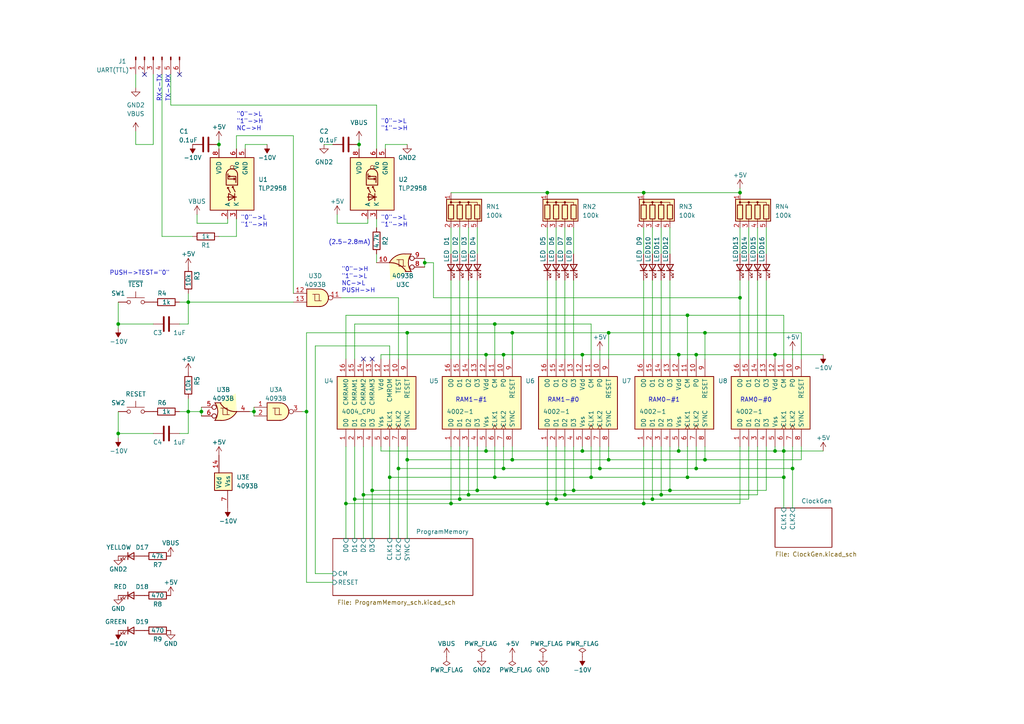
<source format=kicad_sch>
(kicad_sch (version 20211123) (generator eeschema)
  (paper "A4")
  (title_block (title "MSC-4 test board (test4004)") (date "2023-02-11") (rev "0.1") (company "MukaiLab"))
  (lib_symbols
    (symbol "000_MyLibrary:4002_RAM"
      (property "Reference" "U" (at -6.35 13.97 0))
      (property "Value" "4002_RAM" (at 0 11.43 0))
      (symbol "4002_RAM_1_0"
        (pin bidirectional line (at -12.7 7.62 0) (length 5.08) (name "D0") (number "1"))
        (pin input line (at 12.7 -7.62 180) (length 5.08) (name "P0") (number "10"))
        (pin input line (at 12.7 -5.08 180) (length 5.08) (name "CM") (number "11"))
        (pin power_in line (at 12.7 -2.54 180) (length 5.08) (name "Vdd") (number "12"))
        (pin output line (at 12.7 0 180) (length 5.08) (name "O3") (number "13"))
        (pin output line (at 12.7 2.54 180) (length 5.08) (name "O2") (number "14"))
        (pin output line (at 12.7 5.08 180) (length 5.08) (name "O1") (number "15"))
        (pin output line (at 12.7 7.62 180) (length 5.08) (name "O0") (number "16"))
        (pin bidirectional line (at -12.7 5.08 0) (length 5.08) (name "D1") (number "2"))
        (pin bidirectional line (at -12.7 2.54 0) (length 5.08) (name "D2") (number "3"))
        (pin bidirectional line (at -12.7 0 0) (length 5.08) (name "D3") (number "4"))
        (pin power_in line (at -12.7 -2.54 0) (length 5.08) (name "Vss") (number "5"))
        (pin input clock (at -12.7 -5.08 0) (length 5.08) (name "CLK1") (number "6"))
        (pin input clock (at -12.7 -7.62 0) (length 5.08) (name "CLK2") (number "7"))
        (pin input line (at -12.7 -10.16 0) (length 5.08) (name "SYNC") (number "8"))
        (pin input line (at 12.7 -10.16 180) (length 5.08) (name "RESET") (number "9"))
      )
      (symbol "4002_RAM_1_1"
        (rectangle (start -7.62 10.16) (end 7.62 -12.7) (stroke (width 0.254)) (fill (type background)))
      )
    )
    (symbol "000_MyLibrary:4004_CPU"
      (property "Reference" "U" (at -7.62 13.97 0))
      (property "Value" "4004_CPU" (at 0 11.43 0))
      (symbol "4004_CPU_1_0"
        (pin bidirectional line (at -12.7 7.62 0) (length 5.08) (name "D0") (number "1"))
        (pin input line (at 12.7 -7.62 180) (length 5.08) (name "TEST") (number "10"))
        (pin output line (at 12.7 -5.08 180) (length 5.08) (name "CMROM") (number "11"))
        (pin power_in line (at 12.7 -2.54 180) (length 5.08) (name "Vdd") (number "12"))
        (pin output line (at 12.7 0 180) (length 5.08) (name "CMRAM3") (number "13"))
        (pin output line (at 12.7 2.54 180) (length 5.08) (name "CMRAM2") (number "14"))
        (pin output line (at 12.7 5.08 180) (length 5.08) (name "CMRAM1") (number "15"))
        (pin output line (at 12.7 7.62 180) (length 5.08) (name "CMRAM0") (number "16"))
        (pin bidirectional line (at -12.7 5.08 0) (length 5.08) (name "D1") (number "2"))
        (pin bidirectional line (at -12.7 2.54 0) (length 5.08) (name "D2") (number "3"))
        (pin bidirectional line (at -12.7 0 0) (length 5.08) (name "D3") (number "4"))
        (pin power_in line (at -12.7 -2.54 0) (length 5.08) (name "Vss") (number "5"))
        (pin input clock (at -12.7 -5.08 0) (length 5.08) (name "CLK1") (number "6"))
        (pin input clock (at -12.7 -7.62 0) (length 5.08) (name "CLK2") (number "7"))
        (pin output line (at -12.7 -10.16 0) (length 5.08) (name "SYNC") (number "8"))
        (pin input line (at 12.7 -10.16 180) (length 5.08) (name "RESET") (number "9"))
      )
      (symbol "4004_CPU_1_1"
        (rectangle (start -7.62 10.16) (end 7.62 -12.7) (stroke (width 0.254)) (fill (type background)))
      )
    )
    (symbol "000_MyLibrary:4093B" (pin_names (offset 1.016))
      (property "Reference" "U" (at -1.27 6.35 0))
      (property "Value" "4093B" (at 1.27 3.81 0))
      (symbol "4093B_1_1"
        (arc (start 0 -2.54) (mid 2.4571 0) (end 0 2.54) (stroke (width 0.254)) (fill (type background)))
        (polyline (pts (xy -2.159 1.016) (xy -0.254 1.016) (xy -0.254 -0.889)))
        (polyline (pts (xy -1.524 1.016) (xy -1.524 -0.889) (xy 0.381 -0.889)))
        (polyline (pts (xy 0 2.54) (xy -3.81 2.54) (xy -3.81 -2.54) (xy 0 -2.54)) (stroke (width 0.254)) (fill (type background)))
        (pin input line (at -7.62 1.27 0) (length 3.81) (name "~") (number "1"))
        (pin input line (at -7.62 -1.27 0) (length 3.81) (name "~") (number "2"))
        (pin output inverted (at 6.35 0 180) (length 3.81) (name "~") (number "3"))
      )
      (symbol "4093B_1_2"
        (arc (start -3.81 -2.54) (mid -2.964 0) (end -3.81 2.54) (stroke (width 0.254)))
        (arc (start -2.286 2.54) (mid -4.4459 -7.4183) (end 2.54 0) (stroke (width 0.254)) (fill (type background)))
        (arc (start -2.032 -2.54) (mid 0.6219 -1.9322) (end 2.54 0) (stroke (width 0.254)) (fill (type background)))
        (polyline (pts (xy -3.81 -2.54) (xy -2.032 -2.54)) (stroke (width 0.254)))
        (polyline (pts (xy -3.81 2.54) (xy -2.032 2.54)) (stroke (width 0.254)))
        (polyline (pts (xy -2.032 1.016) (xy -0.127 1.016) (xy -0.127 -0.889)))
        (polyline (pts (xy -1.397 1.016) (xy -1.397 -0.889) (xy 0.508 -0.889)))
        (polyline (pts (xy -1.27 2.54) (xy -3.81 2.54) (xy -3.175 1.27) (xy -2.794 0) (xy -3.175 -1.27) (xy -3.81 -2.54) (xy -1.27 -2.54)) (stroke (width -25.4)) (fill (type background)))
        (pin input inverted (at -7.62 1.27 0) (length 4.318) (name "~") (number "1"))
        (pin input inverted (at -7.62 -1.27 0) (length 4.318) (name "~") (number "2"))
        (pin output line (at 6.35 0 180) (length 3.81) (name "~") (number "3"))
      )
      (symbol "4093B_2_1"
        (arc (start 0 -2.54) (mid 2.4571 0) (end 0 2.54) (stroke (width 0.254)) (fill (type background)))
        (polyline (pts (xy -2.286 1.016) (xy -0.381 1.016) (xy -0.381 -0.889)))
        (polyline (pts (xy -1.651 1.016) (xy -1.651 -0.889) (xy 0.254 -0.889)))
        (polyline (pts (xy 0 2.54) (xy -3.81 2.54) (xy -3.81 -2.54) (xy 0 -2.54)) (stroke (width 0.254)) (fill (type background)))
        (pin output inverted (at 6.35 0 180) (length 3.81) (name "~") (number "4"))
        (pin input line (at -7.62 1.27 0) (length 3.81) (name "~") (number "5"))
        (pin input line (at -7.62 -1.27 0) (length 3.81) (name "~") (number "6"))
      )
      (symbol "4093B_2_2"
        (arc (start -3.722 -2.54) (mid -2.876 0) (end -3.722 2.54) (stroke (width 0.254)))
        (arc (start -2.198 2.54) (mid -4.3577 -7.4184) (end 2.628 0) (stroke (width 0.254)) (fill (type background)))
        (arc (start -1.944 -2.54) (mid 0.7099 -1.9322) (end 2.628 0) (stroke (width 0.254)) (fill (type background)))
        (polyline (pts (xy -3.722 -2.54) (xy -1.944 -2.54)) (stroke (width 0.254)))
        (polyline (pts (xy -3.722 2.54) (xy -1.944 2.54)) (stroke (width 0.254)))
        (polyline (pts (xy -2.032 1.016) (xy -0.127 1.016) (xy -0.127 -0.889)))
        (polyline (pts (xy -1.397 1.016) (xy -1.397 -0.889) (xy 0.508 -0.889)))
        (polyline (pts (xy -1.182 2.54) (xy -3.722 2.54) (xy -3.087 1.27) (xy -2.706 0) (xy -3.087 -1.27) (xy -3.722 -2.54) (xy -1.182 -2.54)) (stroke (width -25.4)) (fill (type background)))
        (pin output line (at 6.35 0 180) (length 3.81) (name "~") (number "4"))
        (pin input inverted (at -7.62 1.27 0) (length 4.318) (name "~") (number "5"))
        (pin input inverted (at -7.62 -1.27 0) (length 4.318) (name "~") (number "6"))
      )
      (symbol "4093B_3_1"
        (polyline (pts (xy -2.032 1.016) (xy -0.127 1.016) (xy -0.127 -0.889)))
        (polyline (pts (xy -1.397 1.016) (xy -1.397 -0.889) (xy 0.508 -0.889)))
        (polyline (pts (xy 0.0843 2.54) (xy -3.7257 2.54) (xy -3.7257 -2.54) (xy 0.0843 -2.54)) (stroke (width 0.254)) (fill (type background)))
        (arc (start 0.0843 -2.54) (mid 2.5414 0) (end 0.0843 2.54) (stroke (width 0.254)) (fill (type background)))
        (pin output inverted (at 6.35 0 180) (length 3.81) (name "~") (number "10"))
        (pin input line (at -7.62 1.27 0) (length 3.81) (name "~") (number "8"))
        (pin input line (at -7.62 -1.27 0) (length 3.81) (name "~") (number "9"))
      )
      (symbol "4093B_3_2"
        (arc (start -3.722 -2.54) (mid -2.876 0) (end -3.722 2.54) (stroke (width 0.254)))
        (arc (start -2.198 2.54) (mid -4.3577 -7.4184) (end 2.628 0) (stroke (width 0.254)) (fill (type background)))
        (arc (start -1.944 -2.54) (mid 0.7099 -1.9322) (end 2.628 0) (stroke (width 0.254)) (fill (type background)))
        (polyline (pts (xy -3.722 -2.54) (xy -1.944 -2.54)) (stroke (width 0.254)))
        (polyline (pts (xy -3.722 2.54) (xy -1.944 2.54)) (stroke (width 0.254)))
        (polyline (pts (xy -2.032 1.016) (xy -0.127 1.016) (xy -0.127 -0.889)))
        (polyline (pts (xy -1.397 1.016) (xy -1.397 -0.889) (xy 0.508 -0.889)))
        (polyline (pts (xy -1.182 2.54) (xy -3.722 2.54) (xy -3.087 1.27) (xy -2.706 0) (xy -3.087 -1.27) (xy -3.722 -2.54) (xy -1.182 -2.54)) (stroke (width -25.4)) (fill (type background)))
        (pin output line (at 6.35 0 180) (length 3.81) (name "~") (number "10"))
        (pin input inverted (at -7.62 1.27 0) (length 4.318) (name "~") (number "8"))
        (pin input inverted (at -7.62 -1.27 0) (length 4.318) (name "~") (number "9"))
      )
      (symbol "4093B_4_1"
        (polyline (pts (xy -2.032 1.016) (xy -0.127 1.016) (xy -0.127 -0.889)))
        (polyline (pts (xy -1.397 1.016) (xy -1.397 -0.889) (xy 0.508 -0.889)))
        (polyline (pts (xy 0.0843 2.54) (xy -3.7257 2.54) (xy -3.7257 -2.54) (xy 0.0843 -2.54)) (stroke (width 0.254)) (fill (type background)))
        (arc (start 0.0843 -2.54) (mid 2.5414 0) (end 0.0843 2.54) (stroke (width 0.254)) (fill (type background)))
        (pin output inverted (at 6.35 0 180) (length 3.81) (name "~") (number "11"))
        (pin input line (at -7.62 1.27 0) (length 3.81) (name "~") (number "12"))
        (pin input line (at -7.62 -1.27 0) (length 3.81) (name "~") (number "13"))
      )
      (symbol "4093B_4_2"
        (arc (start -3.722 -2.54) (mid -2.876 0) (end -3.722 2.54) (stroke (width 0.254)))
        (arc (start -2.198 2.54) (mid -4.3577 -7.4184) (end 2.628 0) (stroke (width 0.254)) (fill (type background)))
        (arc (start -1.944 -2.54) (mid 0.7099 -1.9322) (end 2.628 0) (stroke (width 0.254)) (fill (type background)))
        (polyline (pts (xy -3.722 -2.54) (xy -1.944 -2.54)) (stroke (width 0.254)))
        (polyline (pts (xy -3.722 2.54) (xy -1.944 2.54)) (stroke (width 0.254)))
        (polyline (pts (xy -2.032 1.016) (xy -0.127 1.016) (xy -0.127 -0.889)))
        (polyline (pts (xy -1.397 1.016) (xy -1.397 -0.889) (xy 0.508 -0.889)))
        (polyline (pts (xy -1.182 2.54) (xy -3.722 2.54) (xy -3.087 1.27) (xy -2.706 0) (xy -3.087 -1.27) (xy -3.722 -2.54) (xy -1.182 -2.54)) (stroke (width -25.4)) (fill (type background)))
        (pin output line (at 6.35 0 180) (length 3.81) (name "~") (number "11"))
        (pin input inverted (at -7.62 1.27 0) (length 4.318) (name "~") (number "12"))
        (pin input inverted (at -7.62 -1.27 0) (length 4.318) (name "~") (number "13"))
      )
      (symbol "4093B_5_0"
        (pin power_in line (at -1.27 7.62 270) (length 5.08) (name "Vdd") (number "14"))
        (pin power_in line (at 1.27 -7.62 90) (length 5.08) (name "Vss") (number "7"))
      )
      (symbol "4093B_5_1"
        (rectangle (start -2.54 2.54) (end 2.54 -2.54) (stroke (width 0.254)) (fill (type background)))
      )
    )
    (symbol "000_MyLibrary:C" (pin_numbers hide) (pin_names (offset 0.254))
      (property "Reference" "C" (at 0.635 2.54 0))
      (property "Value" "C" (at 0.635 -2.54 0))
      (symbol "C_0_1"
        (polyline (pts (xy -2.032 -0.762) (xy 2.032 -0.762)) (stroke (width 0.508)))
        (polyline (pts (xy -2.032 0.762) (xy 2.032 0.762)) (stroke (width 0.508)))
      )
      (symbol "C_1_1"
        (pin passive line (at 0 3.81 270) (length 2.794) (name "~") (number "1"))
        (pin passive line (at 0 -3.81 90) (length 2.794) (name "~") (number "2"))
      )
    )
    (symbol "000_MyLibrary:LED" (pin_numbers hide) (pin_names (offset 1.016) hide)
      (property "Reference" "D" (at 0.254 2.54 0))
      (property "Value" "LED" (at 0.254 -2.54 0))
      (symbol "LED_0_1"
        (polyline (pts (xy -1.27 0) (xy 1.27 0)))
        (polyline (pts (xy -1.016 -1.016) (xy -1.016 1.016)) (stroke (width 0.254)))
        (polyline (pts (xy 0.762 -1.016) (xy 0.762 1.016) (xy -1.016 0) (xy 0.762 -1.016)) (stroke (width 0.254)))
        (polyline (pts (xy -2.286 -0.254) (xy -3.048 -1.016) (xy -2.54 -1.016) (xy -3.048 -1.016) (xy -3.048 -0.508)))
        (polyline (pts (xy -1.524 -0.254) (xy -2.286 -1.016) (xy -1.778 -1.016) (xy -2.286 -1.016) (xy -2.286 -0.508)))
      )
      (symbol "LED_1_1"
        (pin passive line (at -3.81 0 0) (length 2.54) (name "K") (number "1"))
        (pin passive line (at 3.81 0 180) (length 2.54) (name "A") (number "2"))
      )
    )
    (symbol "000_MyLibrary:R" (pin_numbers hide) (pin_names (offset 0))
      (property "Reference" "R" (at 2.032 0 90))
      (property "Value" "R" (at 0 0 90))
      (symbol "R_0_1"
        (rectangle (start -1.016 -2.54) (end 1.016 2.54) (stroke (width 0.254)))
      )
      (symbol "R_1_1"
        (pin passive line (at 0 3.81 270) (length 1.27) (name "~") (number "1"))
        (pin passive line (at 0 -3.81 90) (length 1.27) (name "~") (number "2"))
      )
    )
    (symbol "000_MyLibrary:SW_Push" (pin_numbers hide) (pin_names (offset 1.016) hide)
      (property "Reference" "SW" (at 1.27 2.54 0))
      (property "Value" "SW_Push" (at 0 -1.524 0))
      (symbol "SW_Push_0_1"
        (circle (center -2.032 0) (radius 0.508))
        (polyline (pts (xy 0 1.27) (xy 0 3.048)))
        (polyline (pts (xy 2.54 1.27) (xy -2.54 1.27)))
        (circle (center 2.032 0) (radius 0.508))
        (pin passive line (at -5.08 0 0) (length 2.54) (name "1") (number "1"))
        (pin passive line (at 5.08 0 180) (length 2.54) (name "2") (number "2"))
      )
    )
    (symbol "000_MyLibrary:TLP2958" (pin_names (offset 1.016))
      (property "Reference" "U" (at -6.35 8.89 0))
      (property "Value" "TLP2958" (at 3.81 8.89 0))
      (symbol "TLP2958_0_1"
        (circle (center 4.826 1.27) (radius 0.508))
      )
      (symbol "TLP2958_1_1"
        (rectangle (start -7.62 7.62) (end 7.62 -5.08) (stroke (width 0.254)) (fill (type background)))
        (polyline (pts (xy -4.826 0.508) (xy -2.794 0.508)) (stroke (width 0.254)))
        (polyline (pts (xy -3.81 0.508) (xy -3.81 0)) (stroke (width 0.254)))
        (polyline (pts (xy -3.81 2.286) (xy -3.81 0.508)) (stroke (width 0.254)))
        (polyline (pts (xy -3.81 2.286) (xy -3.81 2.667)) (stroke (width 0.254)))
        (polyline (pts (xy -2.54 1.778) (xy -1.016 2.54)) (stroke (width 0.254)))
        (polyline (pts (xy -2.286 0.381) (xy -0.762 1.143)) (stroke (width 0.254)))
        (polyline (pts (xy -1.016 2.54) (xy -1.3208 2.6416)) (stroke (width 0.254)))
        (polyline (pts (xy -1.016 2.54) (xy -1.1176 2.1844)) (stroke (width 0.254)))
        (polyline (pts (xy -0.762 1.143) (xy -1.0668 1.2446)) (stroke (width 0.254)))
        (polyline (pts (xy -0.762 1.143) (xy -0.8636 0.7874)) (stroke (width 0.254)))
        (polyline (pts (xy 1.4224 0.4318) (xy 1.1684 0.6858) (xy 1.6764 0.6858)) (stroke (width 0.254)))
        (polyline (pts (xy 2.1844 2.2098) (xy 2.1844 0.1778) (xy 0.4064 0.1778)) (stroke (width 0.254)))
        (polyline (pts (xy -4.826 2.286) (xy -2.794 2.286) (xy -3.81 0.508) (xy -4.826 2.286)) (stroke (width 0.254)))
        (polyline (pts (xy 2.1844 2.2098) (xy 1.9304 1.9558) (xy 2.4384 1.9558) (xy 2.1844 2.2098)) (stroke (width 0.254)))
        (polyline (pts (xy 2.6924 2.9718) (xy -0.3556 2.9718) (xy -0.3556 -0.3302) (xy 2.6924 -0.3302)) (stroke (width 0.254)))
        (polyline (pts (xy 2.9464 2.4638) (xy 1.4224 2.4638) (xy 1.4224 0.4318) (xy 1.6764 0.6858)) (stroke (width 0.254)))
        (arc (start 2.6924 -0.3302) (mid 3.8798 0.1586) (end 4.3688 1.3462) (stroke (width 0.254)))
        (arc (start 4.3434 1.27) (mid 3.8711 2.5113) (end 2.6162 2.9464) (stroke (width 0.254)))
        (pin no_connect line (at -10.16 5.08 0) (length 2.54) hide (name "NC") (number "1"))
        (pin passive line (at -10.16 2.54 0) (length 2.54) (name "A") (number "2"))
        (pin passive line (at -10.16 0 0) (length 2.54) (name "K") (number "3"))
        (pin no_connect line (at -10.16 -2.54 0) (length 2.54) hide (name "NC") (number "4"))
        (pin power_in line (at 10.16 -2.54 180) (length 2.54) (name "GND") (number "5"))
        (pin output line (at 10.16 0 180) (length 2.54) (name "Vo") (number "6"))
        (pin no_connect line (at 10.16 2.54 180) (length 2.54) hide (name "NC") (number "7"))
        (pin power_in line (at 10.16 5.08 180) (length 2.54) (name "VDD") (number "8"))
      )
    )
    (symbol "Connector:Conn_01x06_Male" (pin_names (offset 1.016) hide)
      (property "Reference" "J" (at 0 7.62 0))
      (property "Value" "Conn_01x06_Male" (at 0 -10.16 0))
      (symbol "Conn_01x06_Male_1_1"
        (polyline (pts (xy 1.27 -7.62) (xy 0.8636 -7.62)) (stroke (width 0.1524)))
        (polyline (pts (xy 1.27 -5.08) (xy 0.8636 -5.08)) (stroke (width 0.1524)))
        (polyline (pts (xy 1.27 -2.54) (xy 0.8636 -2.54)) (stroke (width 0.1524)))
        (polyline (pts (xy 1.27 0) (xy 0.8636 0)) (stroke (width 0.1524)))
        (polyline (pts (xy 1.27 2.54) (xy 0.8636 2.54)) (stroke (width 0.1524)))
        (polyline (pts (xy 1.27 5.08) (xy 0.8636 5.08)) (stroke (width 0.1524)))
        (rectangle (start 0.8636 -7.493) (end 0 -7.747) (stroke (width 0.1524)) (fill (type outline)))
        (rectangle (start 0.8636 -4.953) (end 0 -5.207) (stroke (width 0.1524)) (fill (type outline)))
        (rectangle (start 0.8636 -2.413) (end 0 -2.667) (stroke (width 0.1524)) (fill (type outline)))
        (rectangle (start 0.8636 0.127) (end 0 -0.127) (stroke (width 0.1524)) (fill (type outline)))
        (rectangle (start 0.8636 2.667) (end 0 2.413) (stroke (width 0.1524)) (fill (type outline)))
        (rectangle (start 0.8636 5.207) (end 0 4.953) (stroke (width 0.1524)) (fill (type outline)))
        (pin passive line (at 5.08 5.08 180) (length 3.81) (name "Pin_1") (number "1"))
        (pin passive line (at 5.08 2.54 180) (length 3.81) (name "Pin_2") (number "2"))
        (pin passive line (at 5.08 0 180) (length 3.81) (name "Pin_3") (number "3"))
        (pin passive line (at 5.08 -2.54 180) (length 3.81) (name "Pin_4") (number "4"))
        (pin passive line (at 5.08 -5.08 180) (length 3.81) (name "Pin_5") (number "5"))
        (pin passive line (at 5.08 -7.62 180) (length 3.81) (name "Pin_6") (number "6"))
      )
    )
    (symbol "Device:R_Network04" (pin_names (offset 0) hide)
      (property "Reference" "RN" (at -7.62 0 90))
      (property "Value" "R_Network04" (at 5.08 0 90))
      (symbol "R_Network04_0_1"
        (rectangle (start -6.35 -3.175) (end 3.81 3.175) (stroke (width 0.254)) (fill (type background)))
        (rectangle (start -5.842 1.524) (end -4.318 -2.54) (stroke (width 0.254)))
        (circle (center -5.08 2.286) (radius 0.254) (fill (type outline)))
        (rectangle (start -3.302 1.524) (end -1.778 -2.54) (stroke (width 0.254)))
        (circle (center -2.54 2.286) (radius 0.254) (fill (type outline)))
        (rectangle (start -0.762 1.524) (end 0.762 -2.54) (stroke (width 0.254)))
        (polyline (pts (xy -5.08 -2.54) (xy -5.08 -3.81)))
        (polyline (pts (xy -2.54 -2.54) (xy -2.54 -3.81)))
        (polyline (pts (xy 0 -2.54) (xy 0 -3.81)))
        (polyline (pts (xy 2.54 -2.54) (xy 2.54 -3.81)))
        (polyline (pts (xy -5.08 1.524) (xy -5.08 2.286) (xy -2.54 2.286) (xy -2.54 1.524)))
        (polyline (pts (xy -2.54 1.524) (xy -2.54 2.286) (xy 0 2.286) (xy 0 1.524)))
        (polyline (pts (xy 0 1.524) (xy 0 2.286) (xy 2.54 2.286) (xy 2.54 1.524)))
        (circle (center 0 2.286) (radius 0.254) (fill (type outline)))
        (rectangle (start 1.778 1.524) (end 3.302 -2.54) (stroke (width 0.254)))
      )
      (symbol "R_Network04_1_1"
        (pin passive line (at -5.08 5.08 270) (length 2.54) (name "common") (number "1"))
        (pin passive line (at -5.08 -5.08 90) (length 1.27) (name "R1") (number "2"))
        (pin passive line (at -2.54 -5.08 90) (length 1.27) (name "R2") (number "3"))
        (pin passive line (at 0 -5.08 90) (length 1.27) (name "R3") (number "4"))
        (pin passive line (at 2.54 -5.08 90) (length 1.27) (name "R4") (number "5"))
      )
    )
    (symbol "power:+5V" (power) (pin_names (offset 0))
      (property "Value" "+5V" (at 0 3.556 0))
      (symbol "+5V_0_1"
        (polyline (pts (xy -0.762 1.27) (xy 0 2.54)))
        (polyline (pts (xy 0 0) (xy 0 2.54)))
        (polyline (pts (xy 0 2.54) (xy 0.762 1.27)))
      )
      (symbol "+5V_1_1"
        (pin power_in line (at 0 0 90) (length 0) hide (name "+5V") (number "1"))
      )
    )
    (symbol "power:-10V" (power) (pin_names (offset 0))
      (property "Value" "-10V" (at 0 3.81 0))
      (symbol "-10V_0_0"
        (pin power_in line (at 0 0 90) (length 0) hide (name "-10V") (number "1"))
      )
      (symbol "-10V_0_1"
        (polyline (pts (xy 0 0) (xy 0 1.27) (xy 0.762 1.27) (xy 0 2.54) (xy -0.762 1.27) (xy 0 1.27)) (fill (type outline)))
      )
    )
    (symbol "power:GND" (power) (pin_names (offset 0))
      (property "Value" "GND" (at 0 -3.81 0))
      (symbol "GND_0_1"
        (polyline (pts (xy 0 0) (xy 0 -1.27) (xy 1.27 -1.27) (xy 0 -2.54) (xy -1.27 -1.27) (xy 0 -1.27)))
      )
      (symbol "GND_1_1"
        (pin power_in line (at 0 0 270) (length 0) hide (name "GND") (number "1"))
      )
    )
    (symbol "power:GND2" (power) (pin_names (offset 0))
      (property "Value" "GND2" (at 0 -3.81 0))
      (symbol "GND2_0_1"
        (polyline (pts (xy 0 0) (xy 0 -1.27) (xy 1.27 -1.27) (xy 0 -2.54) (xy -1.27 -1.27) (xy 0 -1.27)))
      )
      (symbol "GND2_1_1"
        (pin power_in line (at 0 0 270) (length 0) hide (name "GND2") (number "1"))
      )
    )
    (symbol "power:PWR_FLAG" (power) (pin_numbers hide) (pin_names (offset 0) hide)
      (property "Value" "PWR_FLAG" (at 0 3.81 0))
      (symbol "PWR_FLAG_0_0"
        (pin power_out line (at 0 0 90) (length 0) (name "pwr") (number "1"))
      )
      (symbol "PWR_FLAG_0_1"
        (polyline (pts (xy 0 0) (xy 0 1.27) (xy -1.016 1.905) (xy 0 2.54) (xy 1.016 1.905) (xy 0 1.27)))
      )
    )
    (symbol "power:VBUS" (power) (pin_names (offset 0))
      (property "Value" "VBUS" (at 0 3.81 0))
      (symbol "VBUS_0_1"
        (polyline (pts (xy -0.762 1.27) (xy 0 2.54)))
        (polyline (pts (xy 0 0) (xy 0 2.54)))
        (polyline (pts (xy 0 2.54) (xy 0.762 1.27)))
      )
      (symbol "VBUS_1_1"
        (pin power_in line (at 0 0 90) (length 0) hide (name "VBUS") (number "1"))
      )
    )
  )
  (junction (at 201.93 102.87))
  (junction (at 146.05 102.87))
  (junction (at 227.33 138.43))
  (junction (at 224.79 102.87))
  (junction (at 54.61 87.63))
  (junction (at 140.97 130.81))
  (junction (at 148.59 96.52))
  (junction (at 214.63 86.36))
  (junction (at 176.53 133.35))
  (junction (at 158.75 55.88))
  (junction (at 107.95 142.24))
  (junction (at 173.99 135.89))
  (junction (at 227.33 130.81))
  (junction (at 143.51 93.98))
  (junction (at 163.83 143.51))
  (junction (at 113.03 138.43))
  (junction (at 189.23 144.78))
  (junction (at 148.59 133.35))
  (junction (at 105.41 143.51))
  (junction (at 229.87 135.89))
  (junction (at 143.51 138.43))
  (junction (at 88.9 119.38))
  (junction (at 54.61 119.38))
  (junction (at 204.47 96.52))
  (junction (at 100.33 146.05))
  (junction (at 161.29 144.78))
  (junction (at 135.89 143.51))
  (junction (at 118.11 133.35))
  (junction (at 196.85 130.81))
  (junction (at 58.42 119.38))
  (junction (at 73.66 119.38))
  (junction (at 123.19 76.2))
  (junction (at 171.45 138.43))
  (junction (at 102.87 144.78))
  (junction (at 104.14 41.91))
  (junction (at 168.91 102.87))
  (junction (at 186.69 55.88))
  (junction (at 34.29 125.73))
  (junction (at 146.05 135.89))
  (junction (at 168.91 130.81))
  (junction (at 140.97 102.87))
  (junction (at 130.81 146.05))
  (junction (at 194.31 142.24))
  (junction (at 115.57 135.89))
  (junction (at 133.35 144.78))
  (junction (at 204.47 133.35))
  (junction (at 196.85 102.87))
  (junction (at 214.63 55.88))
  (junction (at 199.39 138.43))
  (junction (at 138.43 142.24))
  (junction (at 63.5 41.91))
  (junction (at 201.93 135.89))
  (junction (at 199.39 91.44))
  (junction (at 176.53 96.52))
  (junction (at 166.37 142.24))
  (junction (at 191.77 143.51))
  (junction (at 118.11 96.52))
  (junction (at 224.79 130.81))
  (junction (at 158.75 146.05))
  (junction (at 34.29 93.98))
  (junction (at 186.69 146.05))
  (no_connect (at 105.41 104.14))
  (no_connect (at 41.91 21.59))
  (no_connect (at 52.07 21.59))
  (no_connect (at 107.95 104.14))
  (wire (pts (xy 161.29 129.54) (xy 161.29 144.78)))
  (wire (pts (xy 106.68 64.77) (xy 106.68 63.5)))
  (wire (pts (xy 138.43 81.28) (xy 138.43 104.14)))
  (wire (pts (xy 186.69 66.04) (xy 186.69 73.66)))
  (wire (pts (xy 107.95 142.24) (xy 138.43 142.24)))
  (wire (pts (xy 201.93 129.54) (xy 201.93 135.89)))
  (wire (pts (xy 113.03 104.14) (xy 113.03 100.33)))
  (wire (pts (xy 168.91 130.81) (xy 196.85 130.81)))
  (wire (pts (xy 219.71 129.54) (xy 219.71 143.51)))
  (wire (pts (xy 158.75 55.88) (xy 186.69 55.88)))
  (wire (pts (xy 111.76 41.91) (xy 118.11 41.91)))
  (wire (pts (xy 191.77 66.04) (xy 191.77 73.66)))
  (wire (pts (xy 107.95 129.54) (xy 107.95 142.24)))
  (wire (pts (xy 227.33 138.43) (xy 227.33 147.32)))
  (wire (pts (xy 214.63 66.04) (xy 214.63 73.66)))
  (wire (pts (xy 115.57 135.89) (xy 115.57 156.21)))
  (wire (pts (xy 214.63 129.54) (xy 214.63 146.05)))
  (wire (pts (xy 224.79 102.87) (xy 238.76 102.87)))
  (wire (pts (xy 143.51 129.54) (xy 143.51 138.43)))
  (wire (pts (xy 57.15 64.77) (xy 66.04 64.77)))
  (wire (pts (xy 199.39 91.44) (xy 199.39 104.14)))
  (wire (pts (xy 173.99 129.54) (xy 173.99 135.89)))
  (wire (pts (xy 110.49 102.87) (xy 110.49 104.14)))
  (wire (pts (xy 99.06 86.36) (xy 115.57 86.36)))
  (wire (pts (xy 58.42 119.38) (xy 58.42 120.65)))
  (wire (pts (xy 118.11 96.52) (xy 148.59 96.52)))
  (wire (pts (xy 143.51 138.43) (xy 171.45 138.43)))
  (wire (pts (xy 68.58 39.37) (xy 68.58 43.18)))
  (wire (pts (xy 109.22 63.5) (xy 109.22 66.04)))
  (wire (pts (xy 168.91 129.54) (xy 168.91 130.81)))
  (wire (pts (xy 123.19 74.93) (xy 123.19 76.2)))
  (wire (pts (xy 138.43 129.54) (xy 138.43 142.24)))
  (wire (pts (xy 85.09 39.37) (xy 85.09 85.09)))
  (wire (pts (xy 96.52 41.91) (xy 93.98 41.91)))
  (wire (pts (xy 88.9 119.38) (xy 88.9 168.91)))
  (wire (pts (xy 199.39 138.43) (xy 227.33 138.43)))
  (wire (pts (xy 217.17 129.54) (xy 217.17 144.78)))
  (wire (pts (xy 130.81 129.54) (xy 130.81 146.05)))
  (wire (pts (xy 130.81 55.88) (xy 158.75 55.88)))
  (wire (pts (xy 102.87 93.98) (xy 143.51 93.98)))
  (wire (pts (xy 146.05 102.87) (xy 146.05 104.14)))
  (wire (pts (xy 171.45 93.98) (xy 171.45 104.14)))
  (wire (pts (xy 34.29 125.73) (xy 44.45 125.73)))
  (wire (pts (xy 217.17 81.28) (xy 217.17 104.14)))
  (wire (pts (xy 54.61 87.63) (xy 85.09 87.63)))
  (wire (pts (xy 52.07 87.63) (xy 54.61 87.63)))
  (wire (pts (xy 34.29 127) (xy 34.29 125.73)))
  (wire (pts (xy 125.73 86.36) (xy 125.73 76.2)))
  (wire (pts (xy 73.66 118.11) (xy 73.66 119.38)))
  (wire (pts (xy 109.22 73.66) (xy 109.22 76.2)))
  (wire (pts (xy 68.58 39.37) (xy 85.09 39.37)))
  (wire (pts (xy 229.87 129.54) (xy 229.87 135.89)))
  (wire (pts (xy 189.23 129.54) (xy 189.23 144.78)))
  (wire (pts (xy 68.58 63.5) (xy 68.58 68.58)))
  (wire (pts (xy 109.22 30.48) (xy 109.22 43.18)))
  (wire (pts (xy 125.73 86.36) (xy 214.63 86.36)))
  (wire (pts (xy 58.42 118.11) (xy 58.42 119.38)))
  (wire (pts (xy 227.33 129.54) (xy 227.33 130.81)))
  (wire (pts (xy 100.33 129.54) (xy 100.33 146.05)))
  (wire (pts (xy 227.33 91.44) (xy 199.39 91.44)))
  (wire (pts (xy 72.39 119.38) (xy 73.66 119.38)))
  (wire (pts (xy 135.89 129.54) (xy 135.89 143.51)))
  (wire (pts (xy 146.05 129.54) (xy 146.05 135.89)))
  (wire (pts (xy 130.81 146.05) (xy 158.75 146.05)))
  (wire (pts (xy 201.93 102.87) (xy 201.93 104.14)))
  (wire (pts (xy 176.53 96.52) (xy 176.53 104.14)))
  (wire (pts (xy 166.37 129.54) (xy 166.37 142.24)))
  (wire (pts (xy 173.99 135.89) (xy 201.93 135.89)))
  (wire (pts (xy 143.51 93.98) (xy 171.45 93.98)))
  (wire (pts (xy 148.59 96.52) (xy 176.53 96.52)))
  (wire (pts (xy 194.31 129.54) (xy 194.31 142.24)))
  (wire (pts (xy 39.37 41.91) (xy 44.45 41.91)))
  (wire (pts (xy 161.29 81.28) (xy 161.29 104.14)))
  (wire (pts (xy 54.61 125.73) (xy 54.61 119.38)))
  (wire (pts (xy 135.89 143.51) (xy 163.83 143.51)))
  (wire (pts (xy 196.85 102.87) (xy 196.85 104.14)))
  (wire (pts (xy 91.44 166.37) (xy 96.52 166.37)))
  (wire (pts (xy 100.33 146.05) (xy 100.33 156.21)))
  (wire (pts (xy 54.61 93.98) (xy 54.61 87.63)))
  (wire (pts (xy 46.99 21.59) (xy 46.99 68.58)))
  (wire (pts (xy 201.93 102.87) (xy 224.79 102.87)))
  (wire (pts (xy 100.33 91.44) (xy 100.33 104.14)))
  (wire (pts (xy 71.12 41.91) (xy 71.12 43.18)))
  (wire (pts (xy 133.35 66.04) (xy 133.35 73.66)))
  (wire (pts (xy 138.43 66.04) (xy 138.43 73.66)))
  (wire (pts (xy 52.07 125.73) (xy 54.61 125.73)))
  (wire (pts (xy 39.37 21.59) (xy 39.37 25.4)))
  (wire (pts (xy 113.03 138.43) (xy 143.51 138.43)))
  (wire (pts (xy 133.35 81.28) (xy 133.35 104.14)))
  (wire (pts (xy 189.23 66.04) (xy 189.23 73.66)))
  (wire (pts (xy 135.89 66.04) (xy 135.89 73.66)))
  (wire (pts (xy 168.91 102.87) (xy 168.91 104.14)))
  (wire (pts (xy 196.85 129.54) (xy 196.85 130.81)))
  (wire (pts (xy 222.25 81.28) (xy 222.25 104.14)))
  (wire (pts (xy 138.43 142.24) (xy 166.37 142.24)))
  (wire (pts (xy 204.47 96.52) (xy 232.41 96.52)))
  (wire (pts (xy 158.75 66.04) (xy 158.75 73.66)))
  (wire (pts (xy 194.31 142.24) (xy 222.25 142.24)))
  (wire (pts (xy 161.29 66.04) (xy 161.29 73.66)))
  (wire (pts (xy 44.45 21.59) (xy 44.45 41.91)))
  (wire (pts (xy 88.9 96.52) (xy 88.9 119.38)))
  (wire (pts (xy 222.25 129.54) (xy 222.25 142.24)))
  (wire (pts (xy 189.23 81.28) (xy 189.23 104.14)))
  (wire (pts (xy 219.71 66.04) (xy 219.71 73.66)))
  (wire (pts (xy 166.37 142.24) (xy 194.31 142.24)))
  (wire (pts (xy 133.35 144.78) (xy 161.29 144.78)))
  (wire (pts (xy 204.47 133.35) (xy 232.41 133.35)))
  (wire (pts (xy 176.53 96.52) (xy 204.47 96.52)))
  (wire (pts (xy 113.03 138.43) (xy 113.03 156.21)))
  (wire (pts (xy 148.59 96.52) (xy 148.59 104.14)))
  (wire (pts (xy 219.71 81.28) (xy 219.71 104.14)))
  (wire (pts (xy 100.33 146.05) (xy 130.81 146.05)))
  (wire (pts (xy 54.61 119.38) (xy 58.42 119.38)))
  (wire (pts (xy 217.17 66.04) (xy 217.17 73.66)))
  (wire (pts (xy 88.9 96.52) (xy 118.11 96.52)))
  (wire (pts (xy 194.31 81.28) (xy 194.31 104.14)))
  (wire (pts (xy 102.87 129.54) (xy 102.87 144.78)))
  (wire (pts (xy 163.83 129.54) (xy 163.83 143.51)))
  (wire (pts (xy 176.53 133.35) (xy 204.47 133.35)))
  (wire (pts (xy 191.77 81.28) (xy 191.77 104.14)))
  (wire (pts (xy 232.41 96.52) (xy 232.41 104.14)))
  (wire (pts (xy 88.9 168.91) (xy 96.52 168.91)))
  (wire (pts (xy 224.79 129.54) (xy 224.79 130.81)))
  (wire (pts (xy 171.45 138.43) (xy 199.39 138.43)))
  (wire (pts (xy 158.75 81.28) (xy 158.75 104.14)))
  (wire (pts (xy 102.87 144.78) (xy 102.87 156.21)))
  (wire (pts (xy 214.63 86.36) (xy 214.63 104.14)))
  (wire (pts (xy 163.83 81.28) (xy 163.83 104.14)))
  (wire (pts (xy 66.04 64.77) (xy 66.04 63.5)))
  (wire (pts (xy 201.93 135.89) (xy 229.87 135.89)))
  (wire (pts (xy 140.97 102.87) (xy 140.97 104.14)))
  (wire (pts (xy 118.11 133.35) (xy 118.11 156.21)))
  (wire (pts (xy 73.66 119.38) (xy 73.66 120.65)))
  (wire (pts (xy 54.61 85.09) (xy 54.61 87.63)))
  (wire (pts (xy 100.33 91.44) (xy 199.39 91.44)))
  (wire (pts (xy 232.41 129.54) (xy 232.41 133.35)))
  (wire (pts (xy 105.41 143.51) (xy 135.89 143.51)))
  (wire (pts (xy 68.58 68.58) (xy 63.5 68.58)))
  (wire (pts (xy 39.37 38.1) (xy 39.37 41.91)))
  (wire (pts (xy 34.29 93.98) (xy 34.29 95.25)))
  (wire (pts (xy 227.33 130.81) (xy 238.76 130.81)))
  (wire (pts (xy 34.29 93.98) (xy 44.45 93.98)))
  (wire (pts (xy 214.63 81.28) (xy 214.63 86.36)))
  (wire (pts (xy 63.5 40.64) (xy 63.5 41.91)))
  (wire (pts (xy 191.77 129.54) (xy 191.77 143.51)))
  (wire (pts (xy 229.87 101.6) (xy 229.87 104.14)))
  (wire (pts (xy 63.5 41.91) (xy 63.5 43.18)))
  (wire (pts (xy 227.33 130.81) (xy 224.79 130.81)))
  (wire (pts (xy 104.14 41.91) (xy 104.14 43.18)))
  (wire (pts (xy 163.83 66.04) (xy 163.83 73.66)))
  (wire (pts (xy 54.61 115.57) (xy 54.61 119.38)))
  (wire (pts (xy 49.53 21.59) (xy 49.53 30.48)))
  (wire (pts (xy 166.37 81.28) (xy 166.37 104.14)))
  (wire (pts (xy 166.37 66.04) (xy 166.37 73.66)))
  (wire (pts (xy 118.11 129.54) (xy 118.11 133.35)))
  (wire (pts (xy 49.53 30.48) (xy 109.22 30.48)))
  (wire (pts (xy 52.07 119.38) (xy 54.61 119.38)))
  (wire (pts (xy 163.83 143.51) (xy 191.77 143.51)))
  (wire (pts (xy 186.69 55.88) (xy 214.63 55.88)))
  (wire (pts (xy 196.85 102.87) (xy 201.93 102.87)))
  (wire (pts (xy 186.69 146.05) (xy 214.63 146.05)))
  (wire (pts (xy 133.35 129.54) (xy 133.35 144.78)))
  (wire (pts (xy 148.59 129.54) (xy 148.59 133.35)))
  (wire (pts (xy 113.03 129.54) (xy 113.03 138.43)))
  (wire (pts (xy 204.47 129.54) (xy 204.47 133.35)))
  (wire (pts (xy 110.49 129.54) (xy 110.49 130.81)))
  (wire (pts (xy 148.59 133.35) (xy 176.53 133.35)))
  (wire (pts (xy 115.57 86.36) (xy 115.57 104.14)))
  (wire (pts (xy 186.69 81.28) (xy 186.69 104.14)))
  (wire (pts (xy 143.51 93.98) (xy 143.51 104.14)))
  (wire (pts (xy 199.39 129.54) (xy 199.39 138.43)))
  (wire (pts (xy 224.79 104.14) (xy 224.79 102.87)))
  (wire (pts (xy 168.91 102.87) (xy 196.85 102.87)))
  (wire (pts (xy 97.79 64.77) (xy 106.68 64.77)))
  (wire (pts (xy 115.57 129.54) (xy 115.57 135.89)))
  (wire (pts (xy 102.87 144.78) (xy 133.35 144.78)))
  (wire (pts (xy 140.97 130.81) (xy 168.91 130.81)))
  (wire (pts (xy 123.19 76.2) (xy 123.19 77.47)))
  (wire (pts (xy 227.33 130.81) (xy 227.33 138.43)))
  (wire (pts (xy 102.87 93.98) (xy 102.87 104.14)))
  (wire (pts (xy 140.97 102.87) (xy 146.05 102.87)))
  (wire (pts (xy 186.69 129.54) (xy 186.69 146.05)))
  (wire (pts (xy 173.99 101.6) (xy 173.99 104.14)))
  (wire (pts (xy 229.87 135.89) (xy 229.87 147.32)))
  (wire (pts (xy 110.49 102.87) (xy 140.97 102.87)))
  (wire (pts (xy 71.12 41.91) (xy 77.47 41.91)))
  (wire (pts (xy 189.23 144.78) (xy 217.17 144.78)))
  (wire (pts (xy 146.05 135.89) (xy 173.99 135.89)))
  (wire (pts (xy 107.95 142.24) (xy 107.95 156.21)))
  (wire (pts (xy 204.47 96.52) (xy 204.47 104.14)))
  (wire (pts (xy 52.07 93.98) (xy 54.61 93.98)))
  (wire (pts (xy 118.11 133.35) (xy 148.59 133.35)))
  (wire (pts (xy 57.15 62.23) (xy 57.15 64.77)))
  (wire (pts (xy 191.77 143.51) (xy 219.71 143.51)))
  (wire (pts (xy 105.41 129.54) (xy 105.41 143.51)))
  (wire (pts (xy 87.63 119.38) (xy 88.9 119.38)))
  (wire (pts (xy 214.63 54.61) (xy 214.63 55.88)))
  (wire (pts (xy 130.81 81.28) (xy 130.81 104.14)))
  (wire (pts (xy 110.49 130.81) (xy 140.97 130.81)))
  (wire (pts (xy 158.75 146.05) (xy 186.69 146.05)))
  (wire (pts (xy 91.44 100.33) (xy 91.44 166.37)))
  (wire (pts (xy 130.81 66.04) (xy 130.81 73.66)))
  (wire (pts (xy 125.73 76.2) (xy 123.19 76.2)))
  (wire (pts (xy 105.41 143.51) (xy 105.41 156.21)))
  (wire (pts (xy 113.03 100.33) (xy 91.44 100.33)))
  (wire (pts (xy 34.29 87.63) (xy 34.29 93.98)))
  (wire (pts (xy 227.33 104.14) (xy 227.33 91.44)))
  (wire (pts (xy 118.11 96.52) (xy 118.11 104.14)))
  (wire (pts (xy 140.97 129.54) (xy 140.97 130.81)))
  (wire (pts (xy 171.45 129.54) (xy 171.45 138.43)))
  (wire (pts (xy 104.14 40.64) (xy 104.14 41.91)))
  (wire (pts (xy 46.99 68.58) (xy 55.88 68.58)))
  (wire (pts (xy 111.76 41.91) (xy 111.76 43.18)))
  (wire (pts (xy 135.89 81.28) (xy 135.89 104.14)))
  (wire (pts (xy 146.05 102.87) (xy 168.91 102.87)))
  (wire (pts (xy 194.31 66.04) (xy 194.31 73.66)))
  (wire (pts (xy 158.75 129.54) (xy 158.75 146.05)))
  (wire (pts (xy 161.29 144.78) (xy 189.23 144.78)))
  (wire (pts (xy 97.79 62.23) (xy 97.79 64.77)))
  (wire (pts (xy 115.57 135.89) (xy 146.05 135.89)))
  (wire (pts (xy 34.29 119.38) (xy 34.29 125.73)))
  (wire (pts (xy 196.85 130.81) (xy 224.79 130.81)))
  (wire (pts (xy 222.25 66.04) (xy 222.25 73.66)))
  (wire (pts (xy 176.53 129.54) (xy 176.53 133.35)))
  (text "TX->RX" (at 49.53 21.59 270) (effects (font (size 1.27 1.27)) (justify right bottom)))
  (text "RAM1-#0" (at 158.75 116.84 0) (effects (font (size 1.27 1.27)) (justify left bottom)))
  (text "RAM1-#1" (at 132.08 116.84 0) (effects (font (size 1.27 1.27)) (justify left bottom)))
  (text "RAM0-#0" (at 214.63 116.84 0) (effects (font (size 1.27 1.27)) (justify left bottom)))
  (text "\"0\"->L\n\"1\"->H" (at 110.49 38.1 0) (effects (font (size 1.27 1.27)) (justify left bottom)))
  (text "PUSH->TEST=\"0\"" (at 31.75 80.01 0) (effects (font (size 1.27 1.27)) (justify left bottom)))
  (text "\"0\"->L\n\"1\"->H" (at 110.49 66.04 0) (effects (font (size 1.27 1.27)) (justify left bottom)))
  (text "RX<-TX" (at 46.99 21.59 270) (effects (font (size 1.27 1.27)) (justify right bottom)))
  (text "RAM0-#1" (at 187.96 116.84 0) (effects (font (size 1.27 1.27)) (justify left bottom)))
  (text "\"0\"->L\n\"1\"->H" (at 69.85 66.04 0) (effects (font (size 1.27 1.27)) (justify left bottom)))
  (text "(2.5-2.8mA)" (at 95.25 71.12 0) (effects (font (size 1.27 1.27)) (justify left bottom)))
  (text "\"0\"->L\n\"1\"->H\nNC->H" (at 68.58 38.1 0) (effects (font (size 1.27 1.27)) (justify left bottom)))
  (text "\"0\"->H\n\"1\"->L\nNC->L\nPUSH->H" (at 99.06 85.09 0) (effects (font (size 1.27 1.27)) (justify left bottom)))
  (symbol (lib_id "Device:R_Network04") (at 163.83 60.96 0) (unit 1)
    (property "Reference" "RN2" (at 168.91 59.9439 0) (effects (justify left)))
    (property "Value" "100k" (at 168.91 62.4839 0) (effects (justify left)))
    (property "Footprint" "Resistor_THT:R_Array_SIP5" (effects hide))
    (property "Datasheet" "http://www.vishay.com/docs/31509/csc.pdf" (effects hide))
  )
  (symbol (lib_id "power:+5V") (at 63.5 132.08 0) (unit 1)
    (property "Reference" "#PWR020" (effects hide))
    (property "Value" "+5V" (at 63.5 128.27 0))
  )
  (symbol (lib_id "power:GND2") (at 39.37 25.4 0) (unit 1)
    (property "Reference" "#PWR01" (effects hide))
    (property "Value" "GND2" (at 39.37 30.48 0))
  )
  (symbol (lib_id "000_MyLibrary:R") (at 109.22 69.85 180) (unit 1)
    (property "Reference" "R2" (at 111.76 69.85 90))
    (property "Value" "4.7k" (at 109.22 69.85 90))
  )
  (symbol (lib_id "000_MyLibrary:4004_CPU") (at 107.95 116.84 90) (unit 1)
    (property "Reference" "U4" (at 93.98 110.49 90) (effects (justify right)))
    (property "Value" "4004_CPU" (at 99.06 119.38 90) (effects (justify right)))
  )
  (symbol (lib_id "000_MyLibrary:4002_RAM") (at 166.37 116.84 90) (unit 1)
    (property "Reference" "U6" (at 152.4 110.49 90) (effects (justify right)))
    (property "Value" "4002-1" (at 157.48 119.38 90) (effects (justify right)))
  )
  (symbol (lib_id "000_MyLibrary:R") (at 45.72 182.88 90) (unit 1)
    (property "Reference" "R9" (at 45.72 185.42 90))
    (property "Value" "470" (at 45.72 182.88 90))
  )
  (symbol (lib_id "000_MyLibrary:LED") (at 163.83 77.47 90) (unit 1)
    (property "Reference" "D7" (at 162.56 68.58 0) (effects (justify right)))
    (property "Value" "LED" (at 162.56 72.39 0) (effects (justify right)))
  )
  (symbol (lib_id "000_MyLibrary:LED") (at 222.25 77.47 90) (unit 1)
    (property "Reference" "D16" (at 220.98 68.58 0) (effects (justify right)))
    (property "Value" "LED" (at 220.98 72.39 0) (effects (justify right)))
  )
  (symbol (lib_id "000_MyLibrary:LED") (at 38.1 161.29 0) (unit 1)
    (property "Reference" "D17" (at 43.18 158.75 0) (effects (justify right)))
    (property "Value" "YELLOW" (at 38.1 158.75 0) (effects (justify right)))
  )
  (symbol (lib_id "power:-10V") (at 34.29 95.25 180) (unit 1)
    (property "Reference" "#PWR013" (effects hide))
    (property "Value" "-10V" (at 31.75 99.06 0) (effects (justify right)))
  )
  (symbol (lib_id "000_MyLibrary:R") (at 48.26 119.38 90) (unit 1)
    (property "Reference" "R6" (at 46.99 116.84 90))
    (property "Value" "1k" (at 48.26 119.38 90))
  )
  (symbol (lib_id "000_MyLibrary:C") (at 48.26 93.98 270) (unit 1)
    (property "Reference" "C3" (at 45.72 96.52 90))
    (property "Value" "1uF" (at 52.07 96.52 90))
  )
  (symbol (lib_id "000_MyLibrary:LED") (at 217.17 77.47 90) (unit 1)
    (property "Reference" "D14" (at 215.9 68.58 0) (effects (justify right)))
    (property "Value" "LED" (at 215.9 72.39 0) (effects (justify right)))
  )
  (symbol (lib_id "power:-10V") (at 238.76 102.87 180) (unit 1)
    (property "Reference" "#PWR016" (effects hide))
    (property "Value" "-10V" (at 238.76 106.68 0))
  )
  (symbol (lib_id "power:-10V") (at 34.29 127 180) (unit 1)
    (property "Reference" "#PWR018" (effects hide))
    (property "Value" "-10V" (at 31.75 130.81 0) (effects (justify right)))
  )
  (symbol (lib_id "000_MyLibrary:R") (at 54.61 111.76 0) (unit 1)
    (property "Reference" "R5" (at 57.15 110.49 90))
    (property "Value" "10k" (at 54.61 111.76 90))
  )
  (symbol (lib_id "000_MyLibrary:LED") (at 194.31 77.47 90) (unit 1)
    (property "Reference" "D12" (at 193.04 68.58 0) (effects (justify right)))
    (property "Value" "LED" (at 193.04 72.39 0) (effects (justify right)))
  )
  (symbol (lib_id "000_MyLibrary:4093B") (at 115.57 76.2 180) (unit 3) (convert 2)
    (property "Reference" "U3" (at 116.84 82.55 0))
    (property "Value" "4093B" (at 116.84 80.01 0))
    (property "Datasheet" "https://toshiba.semicon-storage.com/jp/semiconductor/product/general-purpose-logic-ics/detail.TC4093BP.html" (effects hide))
  )
  (symbol (lib_id "000_MyLibrary:R") (at 54.61 81.28 0) (unit 1)
    (property "Reference" "R3" (at 57.15 80.01 90))
    (property "Value" "10k" (at 54.61 81.28 90))
  )
  (symbol (lib_id "000_MyLibrary:SW_Push") (at 39.37 119.38 0) (unit 1)
    (property "Reference" "SW2" (at 34.29 116.84 0))
    (property "Value" "RESET" (at 39.37 114.3 0))
  )
  (symbol (lib_id "power:+5V") (at 63.5 40.64 0) (unit 1)
    (property "Reference" "#PWR03" (effects hide))
    (property "Value" "+5V" (at 63.5 36.83 0))
  )
  (symbol (lib_id "power:PWR_FLAG") (at 168.91 190.5 0) (unit 1)
    (property "Reference" "#FLG05" (effects hide))
    (property "Value" "PWR_FLAG" (at 168.91 186.69 0))
  )
  (symbol (lib_id "000_MyLibrary:LED") (at 158.75 77.47 90) (unit 1)
    (property "Reference" "D5" (at 157.48 68.58 0) (effects (justify right)))
    (property "Value" "LED" (at 157.48 72.39 0) (effects (justify right)))
  )
  (symbol (lib_id "000_MyLibrary:LED") (at 166.37 77.47 90) (unit 1)
    (property "Reference" "D8" (at 165.1 68.58 0) (effects (justify right)))
    (property "Value" "LED" (at 165.1 72.39 0) (effects (justify right)))
  )
  (symbol (lib_id "power:VBUS") (at 129.54 190.5 0) (unit 1)
    (property "Reference" "#PWR028" (effects hide))
    (property "Value" "VBUS" (at 129.54 186.69 0))
  )
  (symbol (lib_id "power:+5V") (at 148.59 190.5 0) (unit 1)
    (property "Reference" "#PWR030" (effects hide))
    (property "Value" "+5V" (at 148.59 186.69 0))
  )
  (symbol (lib_id "000_MyLibrary:LED") (at 186.69 77.47 90) (unit 1)
    (property "Reference" "D9" (at 185.42 68.58 0) (effects (justify right)))
    (property "Value" "LED" (at 185.42 72.39 0) (effects (justify right)))
  )
  (symbol (lib_id "power:VBUS") (at 39.37 38.1 0) (unit 1)
    (property "Reference" "#PWR02" (effects hide))
    (property "Value" "VBUS" (at 39.37 33.02 0))
  )
  (symbol (lib_id "000_MyLibrary:LED") (at 219.71 77.47 90) (unit 1)
    (property "Reference" "D15" (at 218.44 68.58 0) (effects (justify right)))
    (property "Value" "LED" (at 218.44 72.39 0) (effects (justify right)))
  )
  (symbol (lib_id "power:-10V") (at 55.88 41.91 180) (unit 1)
    (property "Reference" "#PWR05" (effects hide))
    (property "Value" "-10V" (at 55.88 45.72 0))
  )
  (symbol (lib_id "000_MyLibrary:4002_RAM") (at 194.31 116.84 90) (unit 1)
    (property "Reference" "U7" (at 180.34 110.49 90) (effects (justify right)))
    (property "Value" "4002-1" (at 185.42 119.38 90) (effects (justify right)))
  )
  (symbol (lib_id "000_MyLibrary:LED") (at 161.29 77.47 90) (unit 1)
    (property "Reference" "D6" (at 160.02 68.58 0) (effects (justify right)))
    (property "Value" "LED" (at 160.02 72.39 0) (effects (justify right)))
  )
  (symbol (lib_id "000_MyLibrary:C") (at 48.26 125.73 270) (unit 1)
    (property "Reference" "C4" (at 45.72 128.27 90))
    (property "Value" "1uF" (at 52.07 128.27 90))
  )
  (symbol (lib_id "power:VBUS") (at 104.14 40.64 0) (unit 1)
    (property "Reference" "#PWR04" (effects hide))
    (property "Value" "VBUS" (at 104.14 35.56 0))
  )
  (symbol (lib_id "power:+5V") (at 173.99 101.6 0) (unit 1)
    (property "Reference" "#PWR014" (effects hide))
    (property "Value" "+5V" (at 173.99 97.79 0))
  )
  (symbol (lib_id "power:GND2") (at 118.11 41.91 0) (unit 1)
    (property "Reference" "#PWR08" (effects hide))
    (property "Value" "GND2" (at 118.11 45.72 0))
  )
  (symbol (lib_id "000_MyLibrary:LED") (at 135.89 77.47 90) (unit 1)
    (property "Reference" "D3" (at 134.62 68.58 0) (effects (justify right)))
    (property "Value" "LED" (at 134.62 72.39 0) (effects (justify right)))
  )
  (symbol (lib_id "power:-10V") (at 66.04 147.32 180) (unit 1)
    (property "Reference" "#PWR021" (effects hide))
    (property "Value" "-10V" (at 63.5 151.13 0) (effects (justify right)))
  )
  (symbol (lib_id "000_MyLibrary:LED") (at 130.81 77.47 90) (unit 1)
    (property "Reference" "D1" (at 129.54 68.58 0) (effects (justify right)))
    (property "Value" "LED" (at 129.54 72.39 0) (effects (justify right)))
  )
  (symbol (lib_id "power:-10V") (at 77.47 41.91 180) (unit 1)
    (property "Reference" "#PWR06" (effects hide))
    (property "Value" "-10V" (at 77.47 45.72 0))
  )
  (symbol (lib_id "power:-10V") (at 168.91 190.5 180) (unit 1)
    (property "Reference" "#PWR032" (effects hide))
    (property "Value" "-10V" (at 168.91 194.31 0))
  )
  (symbol (lib_id "Device:R_Network04") (at 219.71 60.96 0) (unit 1)
    (property "Reference" "RN4" (at 224.79 59.9439 0) (effects (justify left)))
    (property "Value" "100k" (at 224.79 62.4839 0) (effects (justify left)))
    (property "Footprint" "Resistor_THT:R_Array_SIP5" (effects hide))
    (property "Datasheet" "http://www.vishay.com/docs/31509/csc.pdf" (effects hide))
  )
  (symbol (lib_id "000_MyLibrary:LED") (at 191.77 77.47 90) (unit 1)
    (property "Reference" "D11" (at 190.5 68.58 0) (effects (justify right)))
    (property "Value" "LED" (at 190.5 72.39 0) (effects (justify right)))
  )
  (symbol (lib_id "000_MyLibrary:LED") (at 214.63 77.47 90) (unit 1)
    (property "Reference" "D13" (at 213.36 68.58 0) (effects (justify right)))
    (property "Value" "LED" (at 213.36 72.39 0) (effects (justify right)))
  )
  (symbol (lib_id "000_MyLibrary:LED") (at 189.23 77.47 90) (unit 1)
    (property "Reference" "D10" (at 187.96 68.58 0) (effects (justify right)))
    (property "Value" "LED" (at 187.96 72.39 0) (effects (justify right)))
  )
  (symbol (lib_id "000_MyLibrary:LED") (at 38.1 172.72 0) (unit 1)
    (property "Reference" "D18" (at 43.18 170.18 0) (effects (justify right)))
    (property "Value" "RED" (at 36.83 170.18 0) (effects (justify right)))
  )
  (symbol (lib_id "Device:R_Network04") (at 191.77 60.96 0) (unit 1)
    (property "Reference" "RN3" (at 196.85 59.9439 0) (effects (justify left)))
    (property "Value" "100k" (at 196.85 62.4839 0) (effects (justify left)))
    (property "Footprint" "Resistor_THT:R_Array_SIP5" (effects hide))
    (property "Datasheet" "http://www.vishay.com/docs/31509/csc.pdf" (effects hide))
  )
  (symbol (lib_id "000_MyLibrary:4093B") (at 64.77 139.7 0) (unit 5)
    (property "Reference" "U3" (at 68.58 138.4299 0) (effects (justify left)))
    (property "Value" "4093B" (at 68.58 140.9699 0) (effects (justify left)))
    (property "Datasheet" "https://toshiba.semicon-storage.com/jp/semiconductor/product/general-purpose-logic-ics/detail.TC4093BP.html" (effects hide))
  )
  (symbol (lib_id "000_MyLibrary:LED") (at 138.43 77.47 90) (unit 1)
    (property "Reference" "D4" (at 137.16 68.58 0) (effects (justify right)))
    (property "Value" "LED" (at 137.16 72.39 0) (effects (justify right)))
  )
  (symbol (lib_id "000_MyLibrary:4093B") (at 66.04 119.38 0) (unit 2) (convert 2)
    (property "Reference" "U3" (at 64.77 113.03 0))
    (property "Value" "4093B" (at 64.77 115.57 0))
    (property "Datasheet" "https://toshiba.semicon-storage.com/jp/semiconductor/product/general-purpose-logic-ics/detail.TC4093BP.html" (effects hide))
  )
  (symbol (lib_id "000_MyLibrary:R") (at 45.72 161.29 90) (unit 1)
    (property "Reference" "R7" (at 45.72 163.83 90))
    (property "Value" "47k" (at 45.72 161.29 90))
  )
  (symbol (lib_id "power:GND") (at 157.48 190.5 0) (unit 1)
    (property "Reference" "#PWR031" (effects hide))
    (property "Value" "GND" (at 157.48 194.31 0))
  )
  (symbol (lib_id "000_MyLibrary:R") (at 59.69 68.58 90) (unit 1)
    (property "Reference" "R1" (at 59.69 71.12 90))
    (property "Value" "1k" (at 59.69 68.58 90))
  )
  (symbol (lib_id "000_MyLibrary:TLP2958") (at 68.58 53.34 90) (unit 1)
    (property "Reference" "U1" (at 74.93 52.0699 90) (effects (justify right)))
    (property "Value" "TLP2958" (at 74.93 54.6099 90) (effects (justify right)))
    (property "Footprint" "Package_DIP:DIP-8_W7.62mm" (effects hide))
    (property "Datasheet" "https://toshiba.semicon-storage.com/jp/semiconductor/product/optoelectronics/detail.TLP2958.html" (effects hide))
  )
  (symbol (lib_id "power:+5V") (at 49.53 172.72 0) (unit 1)
    (property "Reference" "#PWR025" (effects hide))
    (property "Value" "+5V" (at 49.53 168.91 0))
  )
  (symbol (lib_id "000_MyLibrary:4093B") (at 81.28 119.38 0) (unit 1)
    (property "Reference" "U3" (at 80.01 113.03 0))
    (property "Value" "4093B" (at 80.01 115.57 0))
    (property "Datasheet" "https://toshiba.semicon-storage.com/jp/semiconductor/product/general-purpose-logic-ics/detail.TC4093BP.html" (effects hide))
  )
  (symbol (lib_id "power:VBUS") (at 49.53 161.29 0) (unit 1)
    (property "Reference" "#PWR023" (effects hide))
    (property "Value" "VBUS" (at 49.53 157.48 0))
  )
  (symbol (lib_id "power:GND2") (at 93.98 41.91 0) (unit 1)
    (property "Reference" "#PWR07" (effects hide))
    (property "Value" "GND2" (at 93.98 46.99 0))
  )
  (symbol (lib_id "000_MyLibrary:C") (at 100.33 41.91 90) (unit 1)
    (property "Reference" "C2" (at 93.98 38.1 90))
    (property "Value" "0.1uF" (at 95.25 40.64 90))
  )
  (symbol (lib_id "power:PWR_FLAG") (at 157.48 190.5 0) (unit 1)
    (property "Reference" "#FLG04" (effects hide))
    (property "Value" "PWR_FLAG" (at 153.67 186.69 0) (effects (justify left)))
  )
  (symbol (lib_id "000_MyLibrary:R") (at 45.72 172.72 90) (unit 1)
    (property "Reference" "R8" (at 45.72 175.26 90))
    (property "Value" "470" (at 45.72 172.72 90))
  )
  (symbol (lib_id "power:-10V") (at 34.29 182.88 180) (unit 1)
    (property "Reference" "#PWR026" (effects hide))
    (property "Value" "-10V" (at 34.29 186.69 0))
  )
  (symbol (lib_id "000_MyLibrary:4002_RAM") (at 138.43 116.84 90) (unit 1)
    (property "Reference" "U5" (at 124.46 110.49 90) (effects (justify right)))
    (property "Value" "4002-1" (at 129.54 119.38 90) (effects (justify right)))
  )
  (symbol (lib_id "Connector:Conn_01x06_Male") (at 44.45 16.51 90) (mirror x) (unit 1)
    (property "Reference" "J1" (at 34.29 17.78 90) (effects (justify right)))
    (property "Value" "UART(TTL)" (at 27.94 20.32 90) (effects (justify right)))
  )
  (symbol (lib_id "power:+5V") (at 229.87 101.6 0) (unit 1)
    (property "Reference" "#PWR015" (effects hide))
    (property "Value" "+5V" (at 229.87 97.79 0))
  )
  (symbol (lib_id "power:+5V") (at 214.63 54.61 0) (unit 1)
    (property "Reference" "#PWR09" (effects hide))
    (property "Value" "+5V" (at 214.63 50.8 0))
  )
  (symbol (lib_id "power:+5V") (at 54.61 107.95 0) (unit 1)
    (property "Reference" "#PWR017" (effects hide))
    (property "Value" "+5V" (at 54.61 104.14 0))
  )
  (symbol (lib_id "000_MyLibrary:LED") (at 38.1 182.88 0) (unit 1)
    (property "Reference" "D19" (at 43.18 180.34 0) (effects (justify right)))
    (property "Value" "GREEN" (at 36.83 180.34 0) (effects (justify right)))
  )
  (symbol (lib_id "power:PWR_FLAG") (at 148.59 190.5 180) (unit 1)
    (property "Reference" "#FLG03" (effects hide))
    (property "Value" "PWR_FLAG" (at 144.78 194.31 0) (effects (justify right)))
  )
  (symbol (lib_id "000_MyLibrary:SW_Push") (at 39.37 87.63 0) (unit 1)
    (property "Reference" "SW1" (at 34.29 85.09 0))
    (property "Value" "~{TEST}" (at 39.37 82.55 0))
  )
  (symbol (lib_id "power:VBUS") (at 57.15 62.23 0) (unit 1)
    (property "Reference" "#PWR010" (effects hide))
    (property "Value" "VBUS" (at 57.15 58.42 0))
  )
  (symbol (lib_id "power:PWR_FLAG") (at 129.54 190.5 180) (unit 1)
    (property "Reference" "#FLG01" (effects hide))
    (property "Value" "PWR_FLAG" (at 129.54 194.31 0))
  )
  (symbol (lib_id "power:GND") (at 49.53 182.88 0) (unit 1)
    (property "Reference" "#PWR027" (effects hide))
    (property "Value" "GND" (at 49.53 186.69 0))
  )
  (symbol (lib_id "000_MyLibrary:TLP2958") (at 109.22 53.34 90) (unit 1)
    (property "Reference" "U2" (at 115.57 52.0699 90) (effects (justify right)))
    (property "Value" "TLP2958" (at 115.57 54.6099 90) (effects (justify right)))
    (property "Footprint" "Package_DIP:DIP-8_W7.62mm" (effects hide))
    (property "Datasheet" "https://toshiba.semicon-storage.com/jp/semiconductor/product/optoelectronics/detail.TLP2958.html" (effects hide))
  )
  (symbol (lib_id "power:GND2") (at 34.29 161.29 0) (unit 1)
    (property "Reference" "#PWR022" (effects hide))
    (property "Value" "GND2" (at 34.29 165.1 0))
  )
  (symbol (lib_id "000_MyLibrary:LED") (at 133.35 77.47 90) (unit 1)
    (property "Reference" "D2" (at 132.08 68.58 0) (effects (justify right)))
    (property "Value" "LED" (at 132.08 72.39 0) (effects (justify right)))
  )
  (symbol (lib_id "power:PWR_FLAG") (at 139.7 190.5 0) (unit 1)
    (property "Reference" "#FLG02" (effects hide))
    (property "Value" "PWR_FLAG" (at 134.62 186.69 0) (effects (justify left)))
  )
  (symbol (lib_id "000_MyLibrary:4002_RAM") (at 222.25 116.84 90) (unit 1)
    (property "Reference" "U8" (at 208.28 110.49 90) (effects (justify right)))
    (property "Value" "4002-1" (at 213.36 119.38 90) (effects (justify right)))
  )
  (symbol (lib_id "power:GND") (at 34.29 172.72 0) (unit 1)
    (property "Reference" "#PWR024" (effects hide))
    (property "Value" "GND" (at 34.29 176.53 0))
  )
  (symbol (lib_id "Device:R_Network04") (at 135.89 60.96 0) (unit 1)
    (property "Reference" "RN1" (at 140.97 59.9439 0) (effects (justify left)))
    (property "Value" "100k" (at 140.97 62.4839 0) (effects (justify left)))
    (property "Footprint" "Resistor_THT:R_Array_SIP5" (effects hide))
    (property "Datasheet" "http://www.vishay.com/docs/31509/csc.pdf" (effects hide))
  )
  (symbol (lib_id "000_MyLibrary:4093B") (at 92.71 86.36 0) (unit 4)
    (property "Reference" "U3" (at 91.44 80.01 0))
    (property "Value" "4093B" (at 91.44 82.55 0))
    (property "Datasheet" "https://toshiba.semicon-storage.com/jp/semiconductor/product/general-purpose-logic-ics/detail.TC4093BP.html" (effects hide))
  )
  (symbol (lib_id "power:+5V") (at 97.79 62.23 0) (unit 1)
    (property "Reference" "#PWR011" (effects hide))
    (property "Value" "+5V" (at 97.79 58.42 0))
  )
  (symbol (lib_id "power:+5V") (at 54.61 77.47 0) (unit 1)
    (property "Reference" "#PWR012" (effects hide))
    (property "Value" "+5V" (at 54.61 73.66 0))
  )
  (symbol (lib_id "power:GND2") (at 139.7 190.5 0) (unit 1)
    (property "Reference" "#PWR029" (effects hide))
    (property "Value" "GND2" (at 139.7 194.31 0))
  )
  (symbol (lib_id "000_MyLibrary:C") (at 59.69 41.91 90) (unit 1)
    (property "Reference" "C1" (at 53.34 38.1 90))
    (property "Value" "0.1uF" (at 54.61 40.64 90))
  )
  (symbol (lib_id "power:+5V") (at 238.76 130.81 0) (unit 1)
    (property "Reference" "#PWR019" (effects hide))
    (property "Value" "+5V" (at 238.76 127 0))
  )
  (symbol (lib_id "000_MyLibrary:R") (at 48.26 87.63 90) (unit 1)
    (property "Reference" "R4" (at 46.99 85.09 90))
    (property "Value" "1k" (at 48.26 87.63 90))
  )
  (sheet (at 224.79 147.32) (size 16.51 11.43) (stroke (width 0.1524))
    (property "Sheet name" "ClockGen" (at 232.41 146.05 0) (effects (justify left bottom)))
    (property "Sheet file" "ClockGen.kicad_sch" (at 224.79 160.02 0) (effects (justify left top)))
    (pin "CLK1" input (at 227.33 147.32 90))
    (pin "CLK2" input (at 229.87 147.32 90))
  )
  (sheet (at 96.52 156.21) (size 40.64 16.51) (stroke (width 0.1524))
    (property "Sheet name" "ProgramMemory" (at 120.65 154.94 0) (effects (justify left bottom)))
    (property "Sheet file" "ProgramMemory_sch.kicad_sch" (at 97.79 173.99 0) (effects (justify left top)))
    (pin "D0" input (at 100.33 156.21 90))
    (pin "D1" input (at 102.87 156.21 90))
    (pin "D2" input (at 105.41 156.21 90))
    (pin "SYNC" input (at 118.11 156.21 90))
    (pin "CLK2" input (at 115.57 156.21 90))
    (pin "D3" input (at 107.95 156.21 90))
    (pin "CLK1" input (at 113.03 156.21 90))
    (pin "CM" input (at 96.52 166.37 180))
    (pin "RESET" input (at 96.52 168.91 180))
  )
)
</source>
